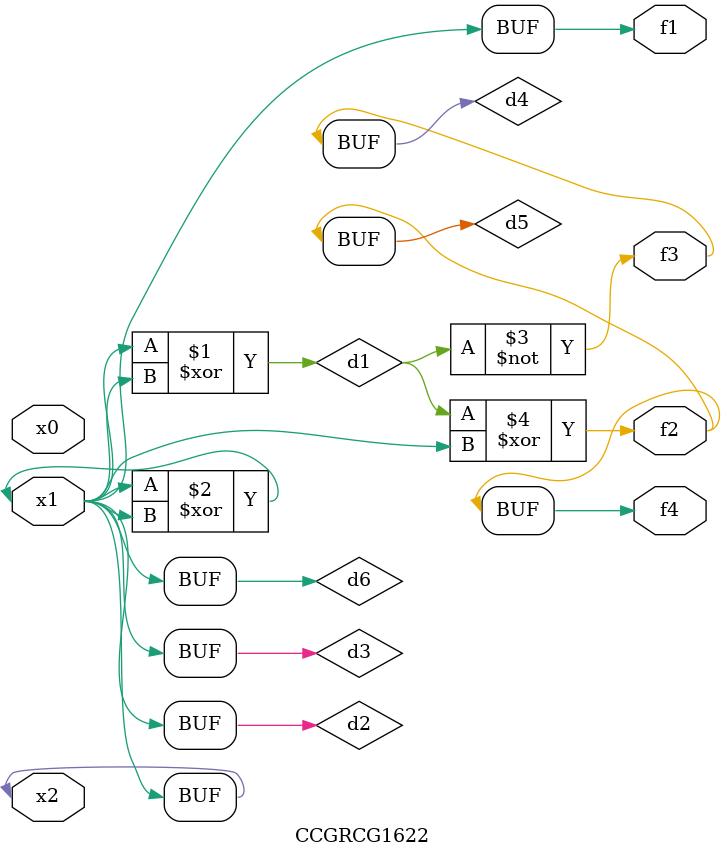
<source format=v>
module CCGRCG1622(
	input x0, x1, x2,
	output f1, f2, f3, f4
);

	wire d1, d2, d3, d4, d5, d6;

	xor (d1, x1, x2);
	buf (d2, x1, x2);
	xor (d3, x1, x2);
	nor (d4, d1);
	xor (d5, d1, d2);
	buf (d6, d2, d3);
	assign f1 = d6;
	assign f2 = d5;
	assign f3 = d4;
	assign f4 = d5;
endmodule

</source>
